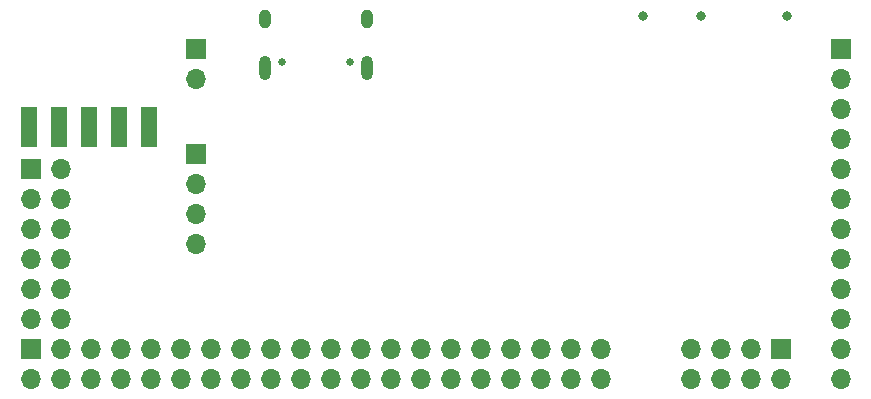
<source format=gbr>
%TF.GenerationSoftware,KiCad,Pcbnew,(5.1.9)-1*%
%TF.CreationDate,2021-03-09T20:48:28+01:00*%
%TF.ProjectId,poly_kb,706f6c79-5f6b-4622-9e6b-696361645f70,rev?*%
%TF.SameCoordinates,Original*%
%TF.FileFunction,Soldermask,Bot*%
%TF.FilePolarity,Negative*%
%FSLAX46Y46*%
G04 Gerber Fmt 4.6, Leading zero omitted, Abs format (unit mm)*
G04 Created by KiCad (PCBNEW (5.1.9)-1) date 2021-03-09 20:48:28*
%MOMM*%
%LPD*%
G01*
G04 APERTURE LIST*
%ADD10O,1.700000X1.700000*%
%ADD11R,1.700000X1.700000*%
%ADD12R,1.400000X3.500000*%
%ADD13C,0.800000*%
%ADD14O,1.000000X2.100000*%
%ADD15C,0.650000*%
%ADD16O,1.000000X1.600000*%
G04 APERTURE END LIST*
D10*
%TO.C,J8*%
X430530000Y-35560000D03*
D11*
X430530000Y-33020000D03*
%TD*%
D10*
%TO.C,J3*%
X419100000Y-55880000D03*
X416560000Y-55880000D03*
X419100000Y-53340000D03*
X416560000Y-53340000D03*
X419100000Y-50800000D03*
X416560000Y-50800000D03*
X419100000Y-48260000D03*
X416560000Y-48260000D03*
X419100000Y-45720000D03*
X416560000Y-45720000D03*
X419100000Y-43180000D03*
D11*
X416560000Y-43180000D03*
%TD*%
D12*
%TO.C,J1*%
X426593000Y-39557000D03*
X424053000Y-39557000D03*
X421513000Y-39557000D03*
X418973000Y-39557000D03*
X416433000Y-39557000D03*
%TD*%
D13*
%TO.C,SW3*%
X480568000Y-30226000D03*
%TD*%
%TO.C,SW2*%
X468376000Y-30226000D03*
%TD*%
%TO.C,SW1*%
X473329000Y-30226000D03*
%TD*%
D10*
%TO.C,J5*%
X472440000Y-60960000D03*
X472440000Y-58420000D03*
X474980000Y-60960000D03*
X474980000Y-58420000D03*
X477520000Y-60960000D03*
X477520000Y-58420000D03*
X480060000Y-60960000D03*
D11*
X480060000Y-58420000D03*
%TD*%
D10*
%TO.C,J6*%
X430530000Y-49530000D03*
X430530000Y-46990000D03*
X430530000Y-44450000D03*
D11*
X430530000Y-41910000D03*
%TD*%
D14*
%TO.C,J2*%
X436370000Y-34626000D03*
X445010000Y-34626000D03*
D15*
X443580000Y-34096000D03*
D16*
X445010000Y-30446000D03*
D15*
X437800000Y-34096000D03*
D16*
X436370000Y-30446000D03*
%TD*%
D10*
%TO.C,J7*%
X464820000Y-60960000D03*
X464820000Y-58420000D03*
X462280000Y-60960000D03*
X462280000Y-58420000D03*
X459740000Y-60960000D03*
X459740000Y-58420000D03*
X457200000Y-60960000D03*
X457200000Y-58420000D03*
X454660000Y-60960000D03*
X454660000Y-58420000D03*
X452120000Y-60960000D03*
X452120000Y-58420000D03*
X449580000Y-60960000D03*
X449580000Y-58420000D03*
X447040000Y-60960000D03*
X447040000Y-58420000D03*
X444500000Y-60960000D03*
X444500000Y-58420000D03*
X441960000Y-60960000D03*
X441960000Y-58420000D03*
X439420000Y-60960000D03*
X439420000Y-58420000D03*
X436880000Y-60960000D03*
X436880000Y-58420000D03*
X434340000Y-60960000D03*
X434340000Y-58420000D03*
X431800000Y-60960000D03*
X431800000Y-58420000D03*
X429260000Y-60960000D03*
X429260000Y-58420000D03*
X426720000Y-60960000D03*
X426720000Y-58420000D03*
X424180000Y-60960000D03*
X424180000Y-58420000D03*
X421640000Y-60960000D03*
X421640000Y-58420000D03*
X419100000Y-60960000D03*
X419100000Y-58420000D03*
X416560000Y-60960000D03*
D11*
X416560000Y-58420000D03*
%TD*%
D10*
%TO.C,J4*%
X485140000Y-60960000D03*
X485140000Y-58420000D03*
X485140000Y-55880000D03*
X485140000Y-53340000D03*
X485140000Y-50800000D03*
X485140000Y-48260000D03*
X485140000Y-45720000D03*
X485140000Y-43180000D03*
X485140000Y-40640000D03*
X485140000Y-38100000D03*
X485140000Y-35560000D03*
D11*
X485140000Y-33020000D03*
%TD*%
M02*

</source>
